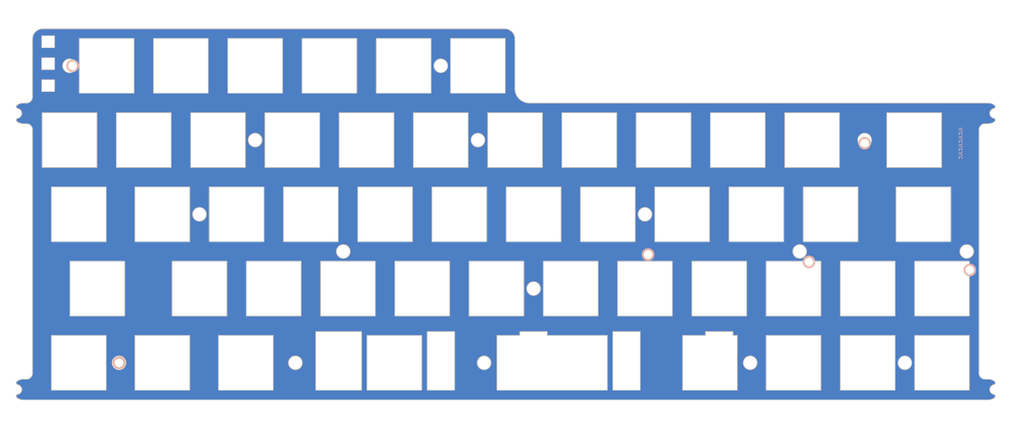
<source format=kicad_pcb>
(kicad_pcb (version 20240108) (generator "pcbnew") (generator_version "8.0")
  (layers (0 "F.Cu" signal) (31 "B.Cu" signal) (34 "B.Paste" user) (35 "F.Paste" user) (36 "B.SilkS" user "B.Silkscreen") (37 "F.SilkS" user "F.Silkscreen") (38 "B.Mask" user) (39 "F.Mask" user) (44 "Edge.Cuts" user))
  (net 0 "")
  (net 1 "GND")
  (footprint "cipulot_parts:HOLE_M2" (layer "F.Cu") (at 37.30625 22.225)
    (property "Reference" "H9" (hide yes))
    (property "Value" "MountingHole" (hide yes))
    (fp_circle (center 0 0) (end 1.379 0) (stroke (width 0.5)) (fill none) (layer "B.SilkS"))
    (pad "" np_thru_hole circle (at 0 0) (size 2.2 2.2) (drill 2.2) (layers "F&B.Cu" "*.Mask" "F.SilkS") (clearance 0.5))
  )
  (footprint "cipulot_parts:HOLE_M2" (layer "F.Cu") (at 267.49375 74.6125)
    (property "Reference" "H24" (hide yes))
    (property "Value" "MountingHole" (hide yes))
    (fp_circle (center 0 0) (end 1.379 0) (stroke (width 0.5)) (fill none) (layer "B.SilkS"))
    (pad "" np_thru_hole circle (at 0 0) (size 2.2 2.2) (drill 2.2) (layers "F&B.Cu" "*.Mask" "F.SilkS") (clearance 0.5))
  )
  (footprint "cipulot_parts:HOLE_M2" (layer "F.Cu") (at 184.94375 70.64375)
    (property "Reference" "H17" (hide yes))
    (property "Value" "MountingHole" (hide yes))
    (fp_circle (center 0 0) (end 1.379 0) (stroke (width 0.5)) (fill none) (layer "B.SilkS"))
    (pad "" np_thru_hole circle (at 0 0) (size 2.2 2.2) (drill 2.2) (layers "F&B.Cu" "*.Mask" "F.SilkS") (clearance 0.5))
  )
  (footprint "cipulot_parts:HOLE_M2" (layer "F.Cu") (at 240.50625 42.06875)
    (property "Reference" "H21" (hide yes))
    (property "Value" "MountingHole" (hide yes))
    (fp_circle (center 0 0) (end 1.379 0) (stroke (width 0.5)) (fill none) (layer "B.SilkS"))
    (pad "" np_thru_hole circle (at 0 0) (size 2.2 2.2) (drill 2.2) (layers "F&B.Cu" "*.Mask" "F.SilkS") (clearance 0.5))
  )
  (footprint "cipulot_parts:HOLE_M2" (layer "F.Cu") (at 49.2125 98.425)
    (property "Reference" "H12" (hide yes))
    (property "Value" "MountingHole" (hide yes))
    (fp_circle (center 0 0) (end 1.379 0) (stroke (width 0.5)) (fill none) (layer "B.SilkS"))
    (pad "" np_thru_hole circle (at 0 0) (size 2.2 2.2) (drill 2.2) (layers "F&B.Cu" "*.Mask" "F.SilkS") (clearance 0.5))
  )
  (footprint "" (layer "F.Cu") (at 184.94375 70.64375)
    (property "Reference" "" (at 0 0 0) (layer "F.SilkS") (effects (font (size 1.27 1.27))))
    (property "Value" "")
    (pad "" np_thru_hole circle (at 0 0) (size 2.2 2.2) (drill 2.2) (layers "F&B.Cu" "*.Mask" "F.SilkS") (clearance 0.5))
  )
  (footprint "cipulot_parts:HOLE_M2" (layer "F.Cu") (at 226.21875 72.53125)
    (property "Reference" "H22" (hide yes))
    (property "Value" "MountingHole" (hide yes))
    (fp_circle (center 0 0) (end 1.379 0) (stroke (width 0.5)) (fill none) (layer "B.SilkS"))
    (pad "" np_thru_hole circle (at 0 0) (size 2.2 2.2) (drill 2.2) (layers "F&B.Cu" "*.Mask" "F.SilkS") (clearance 0.5))
  )
  (footprint "" (layer "F.Cu") (at 49.2125 98.425)
    (property "Reference" "" (at 0 0 0) (layer "F.SilkS") (effects (font (size 1.27 1.27))))
    (property "Value" "")
    (pad "" np_thru_hole circle (at 0 0) (size 2.2 2.2) (drill 2.2) (layers "F&B.Cu" "*.Mask" "F.SilkS") (clearance 0.5))
  )
  (gr_line (start 67.6125 48.275) (end 81.6125 48.275) (stroke (width 0.2)) (layer "Edge.Cuts"))
  (gr_line (start 91.425 67.325) (end 105.425 67.325) (stroke (width 0.2)) (layer "Edge.Cuts"))
  (gr_arc (start 273.842447 36.536396) (mid 273.068232 36.955194) (end 272.2 37.1) (stroke (width 0.2)) (layer "Edge.Cuts"))
  (gr_line (start 246.20625 34.275) (end 246.20625 48.275) (stroke (width 0.2)) (layer "Edge.Cuts"))
  (gr_line (start 260.20625 48.275) (end 260.20625 34.275) (stroke (width 0.2)) (layer "Edge.Cuts"))
  (gr_line (start 105.425 67.325) (end 105.425 53.325) (stroke (width 0.2)) (layer "Edge.Cuts"))
  (gr_arc (start 273.842447 32.313604) (mid 274.021878 32.823626) (end 273.632463 33.198755) (stroke (width 0.2)) (layer "Edge.Cuts"))
  (gr_line (start 53.0375 15.225) (end 53.0375 29.225) (stroke (width 0.2)) (layer "Edge.Cuts"))
  (gr_line (start 88.75625 91.425) (end 74.75625 91.425) (stroke (width 0.2)) (layer "Edge.Cuts"))
  (gr_arc (start 273.842447 107.386396) (mid 273.068232 107.805194) (end 272.2 107.95) (stroke (width 0.2)) (layer "Edge.Cuts"))
  (gr_line (start 246.20625 48.275) (end 260.20625 48.275) (stroke (width 0.2)) (layer "Edge.Cuts"))
  (gr_line (start 100.95 86.375) (end 114.95 86.375) (stroke (width 0.2)) (layer "Edge.Cuts"))
  (gr_line (start 152.04325 91.425) (end 146.19375 91.425) (stroke (width 0.2)) (layer "Edge.Cuts"))
  (gr_line (start 126.85625 105.425) (end 126.85625 91.425) (stroke (width 0.2)) (layer "Edge.Cuts"))
  (gr_line (start 100.6625 34.275) (end 86.6625 34.275) (stroke (width 0.2)) (layer "Edge.Cuts"))
  (gr_line (start 31.89375 67.325) (end 45.89375 67.325) (stroke (width 0.2)) (layer "Edge.Cuts"))
  (gr_arc (start 148.1375 12.7) (mid 150.029011 13.483489) (end 150.8125 15.375) (stroke (width 0.2)) (layer "Edge.Cuts"))
  (gr_line (start 105.7125 34.275) (end 105.7125 48.275) (stroke (width 0.2)) (layer "Edge.Cuts"))
  (gr_line (start 159.04325 91.425) (end 159.04325 90.425) (stroke (width 0.2)) (layer "Edge.Cuts"))
  (gr_line (start 134.2875 15.225) (end 148.2875 15.225) (stroke (width 0.2)) (layer "Edge.Cuts"))
  (gr_line (start 215.25 72.375) (end 215.25 86.375) (stroke (width 0.2)) (layer "Edge.Cuts"))
  (gr_line (start 148.2875 29.225) (end 134.2875 29.225) (stroke (width 0.2)) (layer "Edge.Cuts"))
  (gr_arc (start 23.020053 103.163604) (mid 23.794269 102.744814) (end 24.6625 102.6) (stroke (width 0.2)) (layer "Edge.Cuts"))
  (gr_arc (start 23.230037 33.198755) (mid 24.2375 34.425) (end 23.230037 35.651245) (stroke (width 0.2)) (layer "Edge.Cuts"))
  (gr_line (start 31.89375 53.325) (end 31.89375 67.325) (stroke (width 0.2)) (layer "Edge.Cuts"))
  (gr_line (start 58.0875 15.225) (end 72.0875 15.225) (stroke (width 0.2)) (layer "Edge.Cuts"))
  (gr_line (start 105.425 53.325) (end 91.425 53.325) (stroke (width 0.2)) (layer "Edge.Cuts"))
  (gr_line (start 181.625 53.325) (end 167.625 53.325) (stroke (width 0.2)) (layer "Edge.Cuts"))
  (gr_line (start 111.41825 105.425) (end 99.69375 105.425) (stroke (width 0.2)) (layer "Edge.Cuts"))
  (gr_line (start 271.375 37.1) (end 272.2 37.1) (stroke (width 0.2)) (layer "Edge.Cuts"))
  (gr_line (start 43.5125 34.275) (end 29.5125 34.275) (stroke (width 0.2)) (layer "Edge.Cuts"))
  (gr_line (start 176.8625 48.275) (end 176.8625 34.275) (stroke (width 0.2)) (layer "Edge.Cuts"))
  (gr_line (start 88.75625 105.425) (end 88.75625 91.425) (stroke (width 0.2)) (layer "Edge.Cuts"))
  (gr_arc (start 23.230037 104.048755) (mid 22.840585 103.673662) (end 23.020053 103.163604) (stroke (width 0.2)) (layer "Edge.Cuts"))
  (gr_rect (start 29.374428 25.794716) (end 32.650572 28.802786) (stroke (width 0.1)) (fill none) (layer "Edge.Cuts"))
  (gr_line (start 114.95 86.375) (end 114.95 72.375) (stroke (width 0.2)) (layer "Edge.Cuts"))
  (gr_line (start 267.35 105.425) (end 267.35 91.425) (stroke (width 0.2)) (layer "Edge.Cuts"))
  (gr_arc (start 271.375 102.6) (mid 270.31434 102.16066) (end 269.875 101.1) (stroke (width 0.2)) (layer "Edge.Cuts"))
  (gr_line (start 248.3 72.375) (end 234.3 72.375) (stroke (width 0.2)) (layer "Edge.Cuts"))
  (gr_arc (start 273.632463 35.651245) (mid 274.021957 36.026355) (end 273.842447 36.536396) (stroke (width 0.2)) (layer "Edge.Cuts"))
  (gr_line (start 72.375 53.325) (end 72.375 67.325) (stroke (width 0.2)) (layer "Edge.Cuts"))
  (gr_line (start 86.6625 34.275) (end 86.6625 48.275) (stroke (width 0.2)) (layer "Edge.Cuts"))
  (gr_line (start 200.675 53.325) (end 186.675 53.325) (stroke (width 0.2)) (layer "Edge.Cuts"))
  (gr_line (start 159.04325 90.425) (end 152.04325 90.425) (stroke (width 0.2)) (layer "Edge.Cuts"))
  (gr_circle (center 266.7 69.85) (end 264.95 69.85) (stroke (width 0.2)) (fill none) (layer "Edge.Cuts"))
  (gr_line (start 53.325 53.325) (end 53.325 67.325) (stroke (width 0.2)) (layer "Edge.Cuts"))
  (gr_line (start 174.48125 105.425) (end 174.48125 91.425) (stroke (width 0.2)) (layer "Edge.Cuts"))
  (gr_arc (start 273.632463 106.501245) (mid 274.021957 106.876355) (end 273.842447 107.386396) (stroke (width 0.2)) (layer "Edge.Cuts"))
  (gr_line (start 124.475 53.325) (end 110.475 53.325) (stroke (width 0.2)) (layer "Edge.Cuts"))
  (gr_line (start 26.9875 38.6) (end 26.9875 101.1) (stroke (width 0.2)) (layer "Edge.Cuts"))
  (gr_line (start 128.29425 90.425) (end 128.29425 105.425) (stroke (width 0.2)) (layer "Edge.Cuts"))
  (gr_line (start 95.9 72.375) (end 81.9 72.375) (stroke (width 0.2)) (layer "Edge.Cuts"))
  (gr_line (start 167.625 67.325) (end 181.625 67.325) (stroke (width 0.2)) (layer "Edge.Cuts"))
  (gr_line (start 110.1875 29.225) (end 96.1875 29.225) (stroke (width 0.2)) (layer "Edge.Cuts"))
  (gr_line (start 74.75625 91.425) (end 74.75625 105.425) (stroke (width 0.2)) (layer "Edge.Cuts"))
  (gr_line (start 67.325 105.425) (end 53.325 105.425) (stroke (width 0.2)) (layer "Edge.Cuts"))
  (gr_line (start 267.35 105.425) (end 253.35 105.425) (stroke (width 0.2)) (layer "Edge.Cuts"))
  (gr_arc (start 154.4875 31.75) (mid 151.888883 30.673617) (end 150.8125 28.075) (stroke (width 0.2)) (layer "Edge.Cuts"))
  (gr_line (start 100.6625 48.275) (end 100.6625 34.275) (stroke (width 0.2)) (layer "Edge.Cuts"))
  (gr_line (start 272.2 31.75) (end 154.4875 31.75) (stroke (width 0.2)) (layer "Edge.Cuts"))
  (gr_line (start 248.5875 67.325) (end 262.5875 67.325) (stroke (width 0.2)) (layer "Edge.Cuts"))
  (gr_line (start 224.775 67.325) (end 238.775 67.325) (stroke (width 0.2)) (layer "Edge.Cuts"))
  (gr_line (start 200.9625 48.275) (end 214.9625 48.275) (stroke (width 0.2)) (layer "Edge.Cuts"))
  (gr_line (start 207.81875 105.425) (end 193.81875 105.425) (stroke (width 0.2)) (layer "Edge.Cuts"))
  (gr_circle (center 106.744954 69.85) (end 108.494954 69.85) (stroke (width 0.2)) (fill none) (layer "Edge.Cuts"))
  (gr_line (start 62.5625 48.275) (end 62.5625 34.275) (stroke (width 0.2)) (layer "Edge.Cuts"))
  (gr_line (start 67.325 91.425) (end 53.325 91.425) (stroke (width 0.2)) (layer "Edge.Cuts"))
  (gr_line (start 86.375 53.325) (end 72.375 53.325) (stroke (width 0.2)) (layer "Edge.Cuts"))
  (gr_line (start 143.8125 48.275) (end 157.8125 48.275) (stroke (width 0.2)) (layer "Edge.Cuts"))
  (gr_circle (center 69.85 60.325) (end 68.1 60.325) (stroke (width 0.2)) (fill none) (layer "Edge.Cuts"))
  (gr_line (start 48.5625 34.275) (end 48.5625 48.275) (stroke (width 0.2)) (layer "Edge.Cuts"))
  (gr_line (start 100.95 72.375) (end 114.95 72.375) (stroke (width 0.2)) (layer "Edge.Cuts"))
  (gr_circle (center 240.50625 41.275) (end 238.75625 41.275) (stroke (width 0.2)) (fill none) (layer "Edge.Cuts"))
  (gr_line (start 229.25 72.375) (end 215.25 72.375) (stroke (width 0.2)) (layer "Edge.Cuts"))
  (gr_line (start 210.2 72.375) (end 196.2 72.375) (stroke (width 0.2)) (layer "Edge.Cuts"))
  (gr_line (start 39.0375 29.225) (end 39.0375 15.225) (stroke (width 0.2)) (layer "Edge.Cuts"))
  (gr_line (start 86.375 67.325) (end 86.375 53.325) (stroke (width 0.2)) (layer "Edge.Cuts"))
  (gr_line (start 220.0125 34.275) (end 220.0125 48.275) (stroke (width 0.2)) (layer "Edge.Cuts"))
  (gr_line (start 115.2375 15.225) (end 129.2375 15.225) (stroke (width 0.2)) (layer "Edge.Cuts"))
  (gr_line (start 262.5875 53.325) (end 248.5875 53.325) (stroke (width 0.2)) (layer "Edge.Cuts"))
  (gr_arc (start 272.2 102.6) (mid 273.068232 102.744817) (end 273.842447 103.163604) (stroke (width 0.2)) (layer "Edge.Cuts"))
  (gr_line (start 219.725 53.325) (end 205.725 53.325) (stroke (width 0.2)) (layer "Edge.Cuts"))
  (gr_line (start 248.3 105.425) (end 234.3 105.425) (stroke (width 0.2)) (layer "Edge.Cuts"))
  (gr_line (start 182.91925 90.425) (end 175.91925 90.425) (stroke (width 0.2)) (layer "Edge.Cuts"))
  (gr_line (start 158.1 72.375) (end 158.1 86.375) (stroke (width 0.2)) (layer "Edge.Cuts"))
  (gr_line (start 110.1875 15.225) (end 110.1875 29.225) (stroke (width 0.2)) (layer "Edge.Cuts"))
  (gr_line (start 81.6125 34.275) (end 67.6125 34.275) (stroke (width 0.2)) (layer "Edge.Cuts"))
  (gr_line (start 138.7625 48.275) (end 138.7625 34.275) (stroke (width 0.2)) (layer "Edge.Cuts"))
  (gr_line (start 214.9625 48.275) (end 214.9625 34.275) (stroke (width 0.2)) (layer "Edge.Cuts"))
  (gr_line (start 186.675 67.325) (end 200.675 67.325) (stroke (width 0.2)) (layer "Edge.Cuts"))
  (gr_line (start 67.325 105.425) (end 67.325 91.425) (stroke (width 0.2)) (layer "Edge.Cuts"))
  (gr_line (start 100.95 72.375) (end 100.95 86.375) (stroke (width 0.2)) (layer "Edge.Cuts"))
  (gr_line (start 111.41825 90.425) (end 99.69375 90.425) (stroke (width 0.2)) (layer "Edge.Cuts"))
  (gr_line (start 53.325 67.325) (end 67.325 67.325) (stroke (width 0.2)) (layer "Edge.Cuts"))
  (gr_line (start 238.775 67.325) (end 238.775 53.325) (stroke (width 0.2)) (layer "Edge.Cuts"))
  (gr_line (start 77.1375 15.225) (end 91.1375 15.225) (stroke (width 0.2)) (layer "Edge.Cuts"))
  (gr_line (start 234.0125 34.275) (end 220.0125 34.275) (stroke (width 0.2)) (layer "Edge.Cuts"))
  (gr_line (start 129.525 67.325) (end 143.525 67.325) (stroke (width 0.2)) (layer "Edge.Cuts"))
  (gr_line (start 77.1375 29.225) (end 77.1375 15.225) (stroke (width 0.2)) (layer "Edge.Cuts"))
  (gr_line (start 229.25 105.425) (end 215.25 105.425) (stroke (width 0.2)) (layer "Edge.Cuts"))
  (gr_line (start 177.15 86.375) (end 191.15 86.375) (stroke (width 0.2)) (layer "Edge.Cuts"))
  (gr_line (start 191.15 86.375) (end 191.15 72.375) (stroke (width 0.2)) (layer "Edge.Cuts"))
  (gr_line (start 36.65625 86.375) (end 50.65625 86.375) (stroke (width 0.2)) (layer "Edge.Cuts"))
  (gr_arc (start 26.9875 15.375) (mid 27.770989 13.483489) (end 29.6625 12.7) (stroke (width 0.2)) (layer "Edge.Cuts"))
  (gr_line (start 205.725 67.325) (end 219.725 67.325) (stroke (width 0.2)) (layer "Edge.Cuts"))
  (gr_line (start 219.725 67.325) (end 219.725 53.325) (stroke (width 0.2)) (layer "Edge.Cuts"))
  (gr_line (start 124.7625 48.275) (end 138.7625 48.275) (stroke (width 0.2)) (layer "Edge.Cuts"))
  (gr_line (start 199.69375 90.425) (end 199.69375 91.425) (stroke (width 0.2)) (layer "Edge.Cuts"))
  (gr_line (start 119.7125 48.275) (end 119.7125 34.275) (stroke (width 0.2)) (layer "Edge.Cuts"))
  (gr_line (start 76.85 72.375) (end 62.85 72.375) (stroke (width 0.2)) (layer "Edge.Cuts"))
  (gr_arc (start 269.875 38.6) (mid 270.314369 37.539369) (end 271.375 37.1) (stroke (width 0.2)) (layer "Edge.Cuts"))
  (gr_line (start 162.8625 48.275) (end 176.8625 48.275) (stroke (width 0.2)) (layer "Edge.Cuts"))
  (gr_line (start 26.9875 15.375) (end 26.9875 30.25) (stroke (width 0.2)) (layer "Edge.Cuts"))
  (gr_line (start 253.35 72.375) (end 253.35 86.375) (stroke (width 0.2)) (layer "Edge.Cuts"))
  (gr_line (start 234.3 72.375) (end 234.3 86.375) (stroke (width 0.2)) (layer "Edge.Cuts"))
  (gr_line (start 88.75625 105.425) (end 74.75625 105.425) (stroke (width 0.2)) (layer "Edge.Cuts"))
  (gr_line (start 50.65625 72.375) (end 36.65625 72.375) (stroke (width 0.2)) (layer "Edge.Cuts"))
  (gr_circle (center 184.15 60.325) (end 182.4 60.325) (stroke (width 0.2)) (fill none) (layer "Edge.Cuts"))
  (gr_line (start 110.475 67.325) (end 124.475 67.325) (stroke (width 0.2)) (layer "Edge.Cuts"))
  (gr_line (start 248.5875 53.325) (end 248.5875 67.325) (stroke (width 0.2)) (layer "Edge.Cuts"))
  (gr_line (start 81.6125 48.275) (end 81.6125 34.275) (stroke (width 0.2)) (layer "Edge.Cuts"))
  (gr_line (start 72.0875 29.225) (end 58.0875 29.225) (stroke (width 0.2)) (layer "Edge.Cuts"))
  (gr_line (start 138.7625 34.275) (end 124.7625 34.275) (stroke (width 0.2)) (layer "Edge.Cuts"))
  (gr_line (start 162.575 53.325) (end 148.575 53.325) (stroke (width 0.2)) (layer "Edge.Cuts"))
  (gr_line (start 196.2 86.375) (end 210.2 86.375) (stroke (width 0.2)) (layer "Edge.Cuts"))
  (gr_line (start 176.8625 34.275) (end 162.8625 34.275) (stroke (width 0.2)) (layer "Edge.Cuts"))
  (gr_line (start 234.3 86.375) (end 248.3 86.375) (stroke (width 0.2)) (layer "Edge.Cuts"))
  (gr_line (start 205.725 53.325) (end 205.725 67.325) (stroke (width 0.2)) (layer "Edge.Cuts"))
  (gr_line (start 269.875 101.1) (end 269.875 38.6) (stroke (width 0.2)) (layer "Edge.Cuts"))
  (gr_circle (center 223.8375 69.85) (end 222.0875 69.85) (stroke (width 0.2)) (fill none) (layer "Edge.Cuts"))
  (gr_rect (start 29.374428 14.529716) (end 32.650569 17.537786) (stroke (width 0.1)) (fill none) (layer "Edge.Cuts"))
  (gr_line (start 58.0875 29.225) (end 58.0875 15.225) (stroke (width 0.2)) (layer "Edge.Cuts"))
  (gr_line (start 62.85 72.375) (end 62.85 86.375) (stroke (width 0.2)) (layer "Edge.Cuts"))
  (gr_line (start 248.3 86.375) (end 248.3 72.375) (stroke (width 0.2)) (layer "Edge.Cuts"))
  (gr_line (start 25.4875 31.75) (end 24.6625 31.75) (stroke (width 0.2)) (layer "Edge.Cuts"))
  (gr_line (start 193.81875 91.425) (end 193.81875 105.425) (stroke (width 0.2)) (layer "Edge.Cuts"))
  (gr_arc (start 273.632463 35.651245) (mid 272.624919 34.425) (end 273.632463 33.198755) (stroke (width 0.2)) (layer "Edge.Cuts"))
  (gr_line (start 134 86.375) (end 134 72.375) (stroke (width 0.2)) (layer "Edge.Cuts"))
  (gr_line (start 124.475 67.325) (end 124.475 53.325) (stroke (width 0.2)) (layer "Edge.Cuts"))
  (gr_arc (start 26.9875 30.25) (mid 26.54816 31.31066) (end 25.4875 31.75) (stroke (width 0.2)) (layer "Edge.Cuts"))
  (gr_arc (start 25.4875 37.1) (mid 26.54817 37.53933) (end 26.9875 38.6) (stroke (width 0.2)) (layer "Edge.Cuts"))
  (gr_rect (start 29.368749 20.162216) (end 32.650571 23.170286) (stroke (width 0.1)) (fill none) (layer "Edge.Cuts"))
  (gr_circle (center 94.45625 98.425) (end 92.70625 98.425) (stroke (width 0.2)) (fill none) (layer "Edge.Cuts"))
  (gr_line (start 253.35 86.375) (end 267.35 86.375) (stroke (width 0.2)) (layer "Edge.Cuts"))
  (gr_line (start 129.525 53.325) (end 129.525 67.325) (stroke (width 0.2)) (layer "Edge.Cuts"))
  (gr_line (start 53.0375 29.225) (end 39.0375 29.225) (stroke (width 0.2)) (layer "Edge.Cuts"))
  (gr_line (start 96.1875 15.225) (end 110.1875 15.225) (stroke (width 0.2)) (layer "Edge.Cuts"))
  (gr_line (start 167.625 53.325) (end 167.625 67.325) (stroke (width 0.2)) (layer "Edge.Cuts"))
  (gr_line (start 53.325 91.425) (end 53.325 105.425) (stroke (width 0.2)) (layer "Edge.Cuts"))
  (gr_line (start 210.2 86.375) (end 210.2 72.375) (stroke (width 0.2)) (layer "Edge.Cuts"))
  (gr_line (start 182.91925 105.425) (end 182.91925 90.425) (stroke (width 0.2)) (layer "Edge.Cuts"))
  (gr_line (start 148.575 67.325) (end 162.575 67.325) (stroke (width 0.2)) (layer "Edge.Cuts"))
  (gr_line (start 72.375 67.325) (end 86.375 67.325) (stroke (width 0.2)) (layer "Edge.Cuts"))
  (gr_line (start 175.91925 90.425) (end 175.91925 105.425) (stroke (width 0.2)) (layer "Edge.Cuts"))
  (gr_line (start 174.48125 91.425) (end 159.04325 91.425) (stroke (width 0.2)) (layer "Edge.Cuts"))
  (gr_line (start 214.9625 34.275) (end 200.9625 34.275) (stroke (width 0.2)) (layer "Edge.Cuts"))
  (gr_line (start 267.35 72.375) (end 253.35 72.375) (stroke (width 0.2)) (layer "Edge.Cuts"))
  (gr_arc (start 23.020053 36.536396) (mid 22.840543 36.026328) (end 23.230037 35.651245) (stroke (width 0.2)) (layer "Edge.Cuts"))
  (gr_arc (start 23.020053 107.386396) (mid 22.840543 106.876328) (end 23.230037 106.501245) (stroke (width 0.2)) (layer "Edge.Cuts"))
  (gr_line (start 91.425 53.325) (end 91.425 67.325) (stroke (width 0.2)) (layer "Edge.Cuts"))
  (gr_line (start 45.89375 105.425) (end 45.89375 91.425) (stroke (width 0.2)) (layer "Edge.Cuts"))
  (gr_line (start 224.775 53.325) (end 224.775 67.325) (stroke (width 0.2)) (layer "Edge.Cuts"))
  (gr_line (start 272.2 102.6) (end 271.375 102.6) (stroke (width 0.2)) (layer "Edge.Cuts"))
  (gr_line (start 248.3 91.425) (end 234.3 91.425) (stroke (width 0.2)) (layer "Edge.Cuts"))
  (gr_line (start 148.1375 12.7) (end 29.6625 12.7) (stroke (width 0.2)) (layer "Edge.Cuts"))
  (gr_line (start 191.15 72.375) (end 177.15 72.375) (stroke (width 0.2)) (layer "Edge.Cuts"))
  (gr_circle (center 141.2875 41.275) (end 139.5375 41.275) (stroke (width 0.2)) (fill none) (layer "Edge.Cuts"))
  (gr_line (start 200.675 67.325) (end 200.675 53.325) (stroke (width 0.2)) (layer "Edge.Cuts"))
  (gr_line (start 112.85625 91.425) (end 112.85625 105.425) (stroke (width 0.2)) (layer "Edge.Cuts"))
  (gr_line (start 150.8125 28.075) (end 150.8125 15.375) (stroke (width 0.2)) (layer "Edge.Cuts"))
  (gr_arc (start 23.230037 104.048755) (mid 24.2375 105.275) (end 23.230037 106.501245) (stroke (width 0.2)) (layer "Edge.Cuts"))
  (gr_line (start 229.25 91.425) (end 215.25 91.425) (stroke (width 0.2)) (layer "Edge.Cuts"))
  (gr_line (start 24.6625 107.95) (end 272.2 107.95) (stroke (width 0.2)) (layer "Edge.Cuts"))
  (gr_arc (start 24.6625 107.95) (mid 23.794273 107.805176) (end 23.020053 107.386396) (stroke (width 0.2)) (layer "Edge.Cuts"))
  (gr_line (start 262.5875 67.325) (end 262.5875 53.325) (stroke (width 0.2)) (layer "Edge.Cuts"))
  (gr_line (start 172.1 86.375) (end 172.1 72.375) (stroke (width 0.2)) (layer "Edge.Cuts"))
  (gr_line (start 220.0125 48.275) (end 234.0125 48.275) (stroke (width 0.2)) (layer "Edge.Cuts"))
  (gr_line (start 206.69375 91.425) (end 206.69375 90.425) (stroke (width 0.2)) (layer "Edge.Cuts"))
  (gr_circle (center 36.5125 22.225) (end 34.7625 22.225) (stroke (width 0.2)) (fill none) (layer "Edge.Cuts"))
  (gr_line (start 111.41825 105.425) (end 111.41825 90.425) (stroke (width 0.2)) (layer "Edge.Cuts"))
  (gr_line (start 126.85625 105.425) (end 112.85625 105.425) (stroke (width 0.2)) (layer "Edge.Cuts"))
  (gr_line (start 76.85 86.375) (end 76.85 72.375) (stroke (width 0.2)) (layer "Edge.Cuts"))
  (gr_line (start 181.625 67.325) (end 181.625 53.325) (stroke (width 0.2)) (layer "Edge.Cuts"))
  (gr_line (start 260.20625 34.275) (end 246.20625 34.275) (stroke (width 0.2)) (layer "Edge.Cuts"))
  (gr_line (start 172.1 72.375) (end 158.1 72.375) (stroke (width 0.2)) (layer "Edge.Cuts"))
  (gr_line (start 143.525 67.325) (end 143.525 53.325) (stroke (width 0.2)) (layer "Edge.Cuts"))
  (gr_line (start 43.5125 48.275) (end 43.5125 34.275) (stroke (width 0.2)) (layer "Edge.Cuts"))
  (gr_line (start 45.89375 91.425) (end 31.89375 91.425) (stroke (width 0.2)) (layer "Edge.Cuts"))
  (gr_line (start 238.775 53.325) (end 224.775 53.325) (stroke (width 0.2)) (layer "Edge.Cuts"))
  (gr_line (start 206.69375 90.425) (end 199.69375 90.425) (stroke (width 0.2)) (layer "Edge.Cuts"))
  (gr_line (start 215.25 91.425) (end 215.25 105.425) (stroke (width 0.2)) (layer "Edge.Cuts"))
  (gr_line (start 81.9 72.375) (end 81.9 86.375) (stroke (width 0.2)) (layer "Edge.Cuts"))
  (gr_line (start 86.6625 48.275) (end 100.6625 48.275) (stroke (width 0.2)) (layer "Edge.Cuts"))
  (gr_line (start 174.48125 105.425) (end 146.19375 105.425) (stroke (width 0.2)) (layer "Edge.Cuts"))
  (gr_line (start 143.8125 34.275) (end 143.8125 48.275) (stroke (width 0.2)) (layer "Edge.Cuts"))
  (gr_line (start 91.1375 29.225) (end 91.1375 15.225) (stroke (width 0.2)) (layer "Edge.Cuts"))
  (gr_line (start 148.575 53.325) (end 148.575 67.325) (stroke (width 0.2)) (layer "Edge.Cuts"))
  (gr_line (start 50.65625 86.375) (end 50.65625 72.375) (stroke (width 0.2)) (layer "Edge.Cuts"))
  (gr_line (start 215.25 86.375) (end 229.25 86.375) (stroke (width 0.2)) (layer "Edge.Cuts"))
  (gr_line (start 120 72.375) (end 120 86.375) (stroke (width 0.2)) (layer "Edge.Cuts"))
  (gr_line (start 45.89375 67.325) (end 45.89375 53.325) (stroke (width 0.2)) (layer "Edge.Cuts"))
  (gr_line (start 267.35 86.375) (end 267.35 72.375) (stroke (width 0.2)) (layer "Edge.Cuts"))
  (gr_arc (start 24.6625 37.1) (mid 23.794273 36.955176) (end 23.020053 36.536396) (stroke (width 0.2)) (layer "Edge.Cuts"))
  (gr_circle (center 155.575 79.375) (end 153.825 79.375) (stroke (width 0.2)) (fill none) (layer "Edge.Cuts"))
  (gr_line (start 196.2 72.375) (end 196.2 86.375) (stroke (width 0.2)) (layer "Edge.Cuts"))
  (gr_line (start 25.4875 102.6) (end 24.6625 102.6) (stroke (width 0.2)) (layer "Edge.Cuts"))
  (gr_line (start 234.0125 48.275) (end 234.0125 34.275) (stroke (width 0.2)) (layer "Edge.Cuts"))
  (gr_line (start 139.05 86.375) (end 153.05 86.375) (stroke (width 0.2)) (layer "Edge.Cuts"))
  (gr_line (start 72.0875 15.225) (end 72.0875 29.225) (stroke (width 0.2)) (layer "Edge.Cuts"))
  (gr_circle (center 250.825 98.425) (end 249.075 98.425) (stroke (width 0.2)) (fill none) (layer "Edge.Cuts"))
  (gr_line (start 229.25 105.425) (end 229.25 91.425) (stroke (width 0.2)) (layer "Edge.Cuts"))
  (gr_line (start 200.9625 34.275) (end 200.9625 48.275) (stroke (width 0.2)) (layer "Edge.Cuts"))
  (gr_line (start 181.9125 48.275) (end 195.9125 48.275) (stroke (width 0.2)) (layer "Edge.Cuts"))
  (gr_line (start 129.2375 15.225) (end 129.2375 29.225) (stroke (width 0.2)) (layer "Edge.Cuts"))
  (gr_line (start 95.9 86.375) (end 95.9 72.375) (stroke (width 0.2)) (layer "Edge.Cuts"))
  (gr_line (start 181.9125 34.275) (end 181.9125 48.275) (stroke (width 0.2)) (layer "Edge.Cuts"))
  (gr_arc (start 23.230037 33.198755) (mid 22.840585 32.823662) (end 23.020053 32.313604) (stroke (width 0.2)) (layer "Edge.Cuts"))
  (gr_line (start 105.7125 48.275) (end 119.7125 48.275) (stroke (width 0.2)) (layer "Edge.Cuts"))
  (gr_line (start 182.91925 105.425) (end 175.91925 105.425) (stroke (width 0.2)) (layer "Edge.Cuts"))
  (gr_line (start 158.1 86.375) (end 172.1 86.375) (stroke (width 0.2)) (layer "Edge.Cuts"))
  (gr_line (start 207.81875 91.425) (end 206.69375 91.425) (stroke (width 0.2)) (layer "Edge.Cuts"))
  (gr_line (start 135.29425 105.425) (end 128.29425 105.425) (stroke (width 0.2)) (layer "Edge.Cuts"))
  (gr_line (start 162.8625 34.275) (end 162.8625 48.275) (stroke (width 0.2)) (layer "Edge.Cuts"))
  (gr_circle (center 49.2125 98.425) (end 47.4625 98.425) (stroke (width 0.2)) (fill none) (layer "Edge.Cuts"))
  (gr_arc (start 273.632463 106.501245) (mid 272.624919 105.275) (end 273.632463 104.048755) (stroke (width 0.2)) (layer "Edge.Cuts"))
  (gr_line (start 148.2875 15.225) (end 148.2875 29.225) (stroke (width 0.2)) (layer "Edge.Cuts"))
  (gr_line (start 119.7125 34.275) (end 105.7125 34.275) (stroke (width 0.2)) (layer "Edge.Cuts"))
  (gr_line (start 62.5625 34.275) (end 48.5625 34.275) (stroke (width 0.2)) (layer "Edge.Cuts"))
  (gr_line (start 267.35 91.425) (end 253.35 91.425) (stroke (width 0.2)) (layer "Edge.Cuts"))
  (gr_line (start 67.325 53.325) (end 53.325 53.325) (stroke (width 0.2)) (layer "Edge.Cuts"))
  (gr_arc (start 273.842447 103.163604) (mid 274.021878 103.673626) (end 273.632463 104.048755) (stroke (width 0.2)) (layer "Edge.Cuts"))
  (gr_line (start 99.69375 90.425) (end 99.69375 105.425) (stroke (width 0.2)) (layer "Edge.Cuts"))
  (gr_line (start 195.9125 34.275) (end 181.9125 34.275) (stroke (width 0.2)) (layer "Edge.Cuts"))
  (gr_line (start 48.5625 48.275) (end 62.5625 48.275) (stroke (width 0.2)) (layer "Edge.Cuts"))
  (gr_arc (start 272.2 31.75) (mid 273.068232 31.894817) (end 273.842447 32.313604) (stroke (width 0.2)) (layer "Edge.Cuts"))
  (gr_line (start 39.0375 15.225) (end 53.0375 15.225) (stroke (width 0.2)) (layer "Edge.Cuts"))
  (gr_line (start 62.85 86.375) (end 76.85 86.375) (stroke (width 0.2)) (layer "Edge.Cuts"))
  (gr_line (start 153.05 72.375) (end 139.05 72.375) (stroke (width 0.2)) (layer "Edge.Cuts"))
  (gr_line (start 45.89375 105.425) (end 31.89375 105.425) (stroke (width 0.2)) (layer "Edge.Cuts"))
  (gr_line (start 195.9125 48.275) (end 195.9125 34.275) (stroke (width 0.2)) (layer "Edge.Cuts"))
  (gr_line (start 24.6625 37.1) (end 25.4875 37.1) (stroke (width 0.2)) (layer "Edge.Cuts"))
  (gr_circle (center 84.1375 41.275) (end 82.3875 41.275) (stroke (width 0.2)) (fill none) (layer "Edge.Cuts"))
  (gr_circle (center 131.7625 22.21875) (end 130.0125 22.21875) (stroke (width 0.2)) (fill none) (layer "Edge.Cuts"))
  (gr_line (start 134 72.375) (end 120 72.375) (stroke (width 0.2)) (layer "Edge.Cuts"))
  (gr_line (start 135.29425 105.425) (end 135.29425 90.425) (stroke (width 0.2)) (layer "Edge.Cuts"))
  (gr_line (start 81.9 86.375) (end 95.9 86.375) (stroke (width 0.2)) (layer "Edge.Cuts"))
  (gr_line (start 248.3 105.425) (end 248.3 91.425) (stroke (width 0.2)) (layer "Edge.Cuts"))
  (gr_line (start 253.35 91.425) (end 253.35 105.425) (stroke (width 0.2)) (layer "Edge.Cuts"))
  (gr_line (start 129.2375 29.225) (end 115.2375 29.225) (stroke (width 0.2)) (layer "Edge.Cuts"))
  (gr_line (start 152.04325 90.425) (end 152.04325 91.425) (stroke (width 0.2)) (layer "Edge.Cuts"))
  (gr_line (start 31.89375 91.425) (end 31.89375 105.425) (stroke (width 0.2)) (layer "Edge.Cuts"))
  (gr_line (start 143.525 53.325) (end 129.525 53.325) (stroke (width 0.2)) (layer "Edge.Cuts"))
  (gr_line (start 207.81875 105.425) (end 207.81875 91.425) (stroke (width 0.2)) (layer "Edge.Cuts"))
  (gr_line (start 45.89375 53.325) (end 31.89375 53.325) (stroke (width 0.2)) (layer "Edge.Cuts"))
  (gr_line (start 120 86.375) (end 134 86.375) (stroke (width 0.2)) (layer "Edge.Cuts"))
  (gr_line (start 67.325 67.325) (end 67.325 53.325) (stroke (width 0.2)) (layer "Edge.Cuts"))
  (gr_arc (start 26.9875 101.1) (mid 26.54816 102.16066) (end 25.4875 102.6) (stroke (width 0.2)) (layer "Edge.Cuts"))
  (gr_line (start 29.5125 48.275) (end 43.5125 48.275) (stroke (width 0.2)) (layer "Edge.Cuts"))
  (gr_circle (center 142.875 98.425) (end 141.125 98.425) (stroke (width 0.2)) (fill none) (layer "Edge.Cuts"))
  (gr_line (start 135.29425 90.425) (end 128.29425 90.425) (stroke (width 0.2)) (layer "Edge.Cuts"))
  (gr_line (start 199.69375 91.425) (end 193.81875 91.425) (stroke (width 0.2)) (layer "Edge.Cuts"))
  (gr_line (start 115.2375 29.225) (end 115.2375 15.225) (stroke (width 0.2)) (layer "Edge.Cuts"))
  (gr_line (start 110.475 53.325) (end 110.475 67.325) (stroke (width 0.2)) (layer "Edge.Cuts"))
  (gr_line (start 139.05 72.375) (end 139.05 86.375) (stroke (width 0.2)) (layer "Edge.Cuts"))
  (gr_line (start 162.575 67.325) (end 162.575 53.325) (stroke (width 0.2)) (layer "Edge.Cuts"))
  (gr_arc (start 23.020053 32.313604) (mid 23.794269 31.894814) (end 24.6625 31.75) (stroke (width 0.2)) (layer "Edge.Cuts"))
  (gr_line (start 36.65625 72.375) (end 36.65625 86.375) (stroke (width 0.2)) (layer "Edge.Cuts"))
  (gr_line (start 157.8125 48.275) (end 157.8125 34.275) (stroke (width 0.2)) (layer "Edge.Cuts"))
  (gr_circle (center 211.1375 98.425) (end 209.3875 98.425) (stroke (width 0.2)) (fill none) (layer "Edge.Cuts"))
  (gr_line (start 146.19375 91.425) (end 146.19375 105.425) (stroke (width 0.2)) (layer "Edge.Cuts"))
  (gr_line (start 67.6125 34.275) (end 67.6125 48.275) (stroke (width 0.2)) (layer "Edge.Cuts"))
  (gr_line (start 153.05 86.375) (end 153.05 72.375) (stroke (width 0.2)) (layer "Edge.Cuts"))
  (gr_line (start 229.25 86.375) (end 229.25 72.375) (stroke (width 0.2)) (layer "Edge.Cuts"))
  (gr_line (start 157.8125 34.275) (end 143.8125 34.275) (stroke (width 0.2)) (layer "Edge.Cuts"))
  (gr_line (start 186.675 53.325) (end 186.675 67.325) (stroke (width 0.2)) (layer "Edge.Cuts"))
  (gr_line (start 234.3 91.425) (end 234.3 105.425) (stroke (width 0.2)) (layer "Edge.Cuts"))
  (gr_line (start 126.85625 91.425) (end 112.85625 91.425) (stroke (width 0.2)) (layer "Edge.Cuts"))
  (gr_line (start 91.1375 29.225) (end 77.1375 29.225) (stroke (width 0.2)) (layer "Edge.Cuts"))
  (gr_line (start 124.7625 34.275) (end 124.7625 48.275) (stroke (width 0.2)) (layer "Edge.Cuts"))
  (gr_line (start 96.1875 29.225) (end 96.1875 15.225) (stroke (width 0.2)) (layer "Edge.Cuts"))
  (gr_line (start 134.2875 29.225) (end 134.2875 15.225) (stroke (width 0.2)) (layer "Edge.Cuts"))
  (gr_line (start 177.15 72.375) (end 177.15 86.375) (stroke (width 0.2)) (layer "Edge.Cuts"))
  (gr_line (start 29.5125 48.275) (end 29.5125 34.275) (stroke (width 0.2)) (layer "Edge.Cuts"))
  (gr_text "JLCJLCJLCJLC" (at 265.1125 42.06875 90) (layer "B.SilkS") (effects (font (size 0.8 0.8)) (justify mirror)))
  (zone (net 1) (net_name "GND") (layers "F&B.Cu") (connect_pads (clearance 0)) (min_thickness 0.025) (fill yes (thermal_gap 0.2) (thermal_bridge_width 0.2) (island_removal_mode 1) (island_area_min 10))
    (polygon (pts (xy 277.437966 5.338128) (xy 18.675466 7.719378) (xy 22.644216 117.256878) (xy 281.406716 114.875628)))
  )
)
</source>
